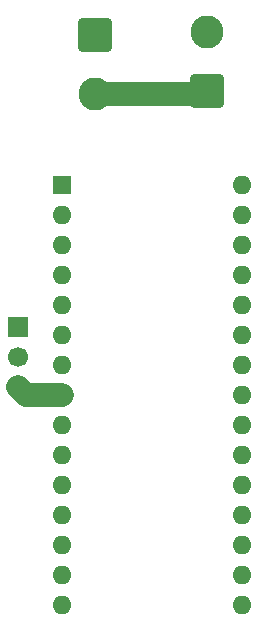
<source format=gbr>
%TF.GenerationSoftware,KiCad,Pcbnew,9.0.6*%
%TF.CreationDate,2026-01-24T14:46:46+01:00*%
%TF.ProjectId,Brushless motor test board,42727573-686c-4657-9373-206d6f746f72,rev?*%
%TF.SameCoordinates,Original*%
%TF.FileFunction,Copper,L1,Top*%
%TF.FilePolarity,Positive*%
%FSLAX46Y46*%
G04 Gerber Fmt 4.6, Leading zero omitted, Abs format (unit mm)*
G04 Created by KiCad (PCBNEW 9.0.6) date 2026-01-24 14:46:46*
%MOMM*%
%LPD*%
G01*
G04 APERTURE LIST*
G04 Aperture macros list*
%AMRoundRect*
0 Rectangle with rounded corners*
0 $1 Rounding radius*
0 $2 $3 $4 $5 $6 $7 $8 $9 X,Y pos of 4 corners*
0 Add a 4 corners polygon primitive as box body*
4,1,4,$2,$3,$4,$5,$6,$7,$8,$9,$2,$3,0*
0 Add four circle primitives for the rounded corners*
1,1,$1+$1,$2,$3*
1,1,$1+$1,$4,$5*
1,1,$1+$1,$6,$7*
1,1,$1+$1,$8,$9*
0 Add four rect primitives between the rounded corners*
20,1,$1+$1,$2,$3,$4,$5,0*
20,1,$1+$1,$4,$5,$6,$7,0*
20,1,$1+$1,$6,$7,$8,$9,0*
20,1,$1+$1,$8,$9,$2,$3,0*%
G04 Aperture macros list end*
%TA.AperFunction,ComponentPad*%
%ADD10R,1.600000X1.600000*%
%TD*%
%TA.AperFunction,ComponentPad*%
%ADD11O,1.600000X1.600000*%
%TD*%
%TA.AperFunction,ComponentPad*%
%ADD12RoundRect,0.250001X-1.149999X1.149999X-1.149999X-1.149999X1.149999X-1.149999X1.149999X1.149999X0*%
%TD*%
%TA.AperFunction,ComponentPad*%
%ADD13C,2.800000*%
%TD*%
%TA.AperFunction,ComponentPad*%
%ADD14RoundRect,0.250001X1.149999X-1.149999X1.149999X1.149999X-1.149999X1.149999X-1.149999X-1.149999X0*%
%TD*%
%TA.AperFunction,ComponentPad*%
%ADD15R,1.700000X1.700000*%
%TD*%
%TA.AperFunction,ComponentPad*%
%ADD16C,1.700000*%
%TD*%
%TA.AperFunction,Conductor*%
%ADD17C,2.000000*%
%TD*%
G04 APERTURE END LIST*
D10*
%TO.P,A1,1,TX1*%
%TO.N,unconnected-(A1-TX1-Pad1)*%
X112760000Y-50440000D03*
D11*
%TO.P,A1,2,RX1*%
%TO.N,unconnected-(A1-RX1-Pad2)*%
X112760000Y-52980000D03*
%TO.P,A1,3,~{RESET}*%
%TO.N,unconnected-(A1-~{RESET}-Pad3)*%
X112760000Y-55520000D03*
%TO.P,A1,4,GND*%
%TO.N,GND*%
X112760000Y-58060000D03*
%TO.P,A1,5,D2*%
%TO.N,unconnected-(A1-D2-Pad5)*%
X112760000Y-60600000D03*
%TO.P,A1,6,D3*%
%TO.N,unconnected-(A1-D3-Pad6)*%
X112760000Y-63140000D03*
%TO.P,A1,7,D4*%
%TO.N,unconnected-(A1-D4-Pad7)*%
X112760000Y-65680000D03*
%TO.P,A1,8,D5*%
%TO.N,/PWM*%
X112760000Y-68220000D03*
%TO.P,A1,9,D6*%
%TO.N,unconnected-(A1-D6-Pad9)*%
X112760000Y-70760000D03*
%TO.P,A1,10,D7*%
%TO.N,unconnected-(A1-D7-Pad10)*%
X112760000Y-73300000D03*
%TO.P,A1,11,D8*%
%TO.N,unconnected-(A1-D8-Pad11)*%
X112760000Y-75840000D03*
%TO.P,A1,12,D9*%
%TO.N,unconnected-(A1-D9-Pad12)*%
X112760000Y-78380000D03*
%TO.P,A1,13,D10*%
%TO.N,unconnected-(A1-D10-Pad13)*%
X112760000Y-80920000D03*
%TO.P,A1,14,MOSI*%
%TO.N,unconnected-(A1-MOSI-Pad14)*%
X112760000Y-83460000D03*
%TO.P,A1,15,MISO*%
%TO.N,unconnected-(A1-MISO-Pad15)*%
X112760000Y-86000000D03*
%TO.P,A1,16,SCK*%
%TO.N,unconnected-(A1-SCK-Pad16)*%
X128000000Y-86000000D03*
%TO.P,A1,17,3V3*%
%TO.N,unconnected-(A1-3V3-Pad17)*%
X128000000Y-83460000D03*
%TO.P,A1,18,AREF*%
%TO.N,unconnected-(A1-AREF-Pad18)*%
X128000000Y-80920000D03*
%TO.P,A1,19,A0*%
%TO.N,unconnected-(A1-A0-Pad19)*%
X128000000Y-78380000D03*
%TO.P,A1,20,A1*%
%TO.N,unconnected-(A1-A1-Pad20)*%
X128000000Y-75840000D03*
%TO.P,A1,21,A2*%
%TO.N,unconnected-(A1-A2-Pad21)*%
X128000000Y-73300000D03*
%TO.P,A1,22,A3*%
%TO.N,unconnected-(A1-A3-Pad22)*%
X128000000Y-70760000D03*
%TO.P,A1,23,SDA/A4*%
%TO.N,unconnected-(A1-SDA{slash}A4-Pad23)*%
X128000000Y-68220000D03*
%TO.P,A1,24,SCL/A5*%
%TO.N,unconnected-(A1-SCL{slash}A5-Pad24)*%
X128000000Y-65680000D03*
%TO.P,A1,25,A6*%
%TO.N,unconnected-(A1-A6-Pad25)*%
X128000000Y-63140000D03*
%TO.P,A1,26,A7*%
%TO.N,unconnected-(A1-A7-Pad26)*%
X128000000Y-60600000D03*
%TO.P,A1,27,+5V*%
%TO.N,unconnected-(A1-+5V-Pad27)*%
X128000000Y-58060000D03*
%TO.P,A1,28,~{RESET}*%
%TO.N,unconnected-(A1-~{RESET}-Pad28)*%
X128000000Y-55520000D03*
%TO.P,A1,29,GND*%
%TO.N,GND*%
X128000000Y-52980000D03*
%TO.P,A1,30,VIN*%
%TO.N,unconnected-(A1-VIN-Pad30)*%
X128000000Y-50440000D03*
%TD*%
D12*
%TO.P,J3,1,Pin_1*%
%TO.N,GND*%
X115532500Y-37750000D03*
D13*
%TO.P,J3,2,Pin_2*%
%TO.N,+24V*%
X115532500Y-42750000D03*
%TD*%
D14*
%TO.P,J2,1,Pin_1*%
%TO.N,+24V*%
X125000000Y-42500000D03*
D13*
%TO.P,J2,2,Pin_2*%
%TO.N,GND*%
X125000000Y-37500000D03*
%TD*%
D15*
%TO.P,J4,1,Pin_1*%
%TO.N,GND*%
X109000000Y-62460000D03*
D16*
%TO.P,J4,2,Pin_2*%
%TO.N,unconnected-(J4-Pin_2-Pad2)*%
X109000000Y-65000000D03*
%TO.P,J4,3,Pin_3*%
%TO.N,/PWM*%
X109000000Y-67540000D03*
%TD*%
D17*
%TO.N,/PWM*%
X109680000Y-68220000D02*
X112760000Y-68220000D01*
X109000000Y-67540000D02*
X109680000Y-68220000D01*
%TO.N,+24V*%
X124750000Y-42750000D02*
X125000000Y-42500000D01*
X115532500Y-42750000D02*
X124750000Y-42750000D01*
%TD*%
M02*

</source>
